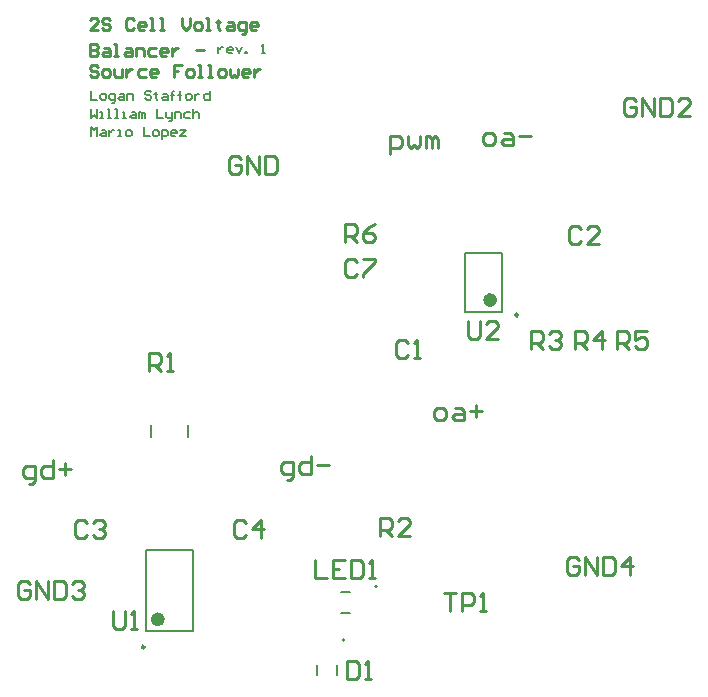
<source format=gbr>
%TF.GenerationSoftware,Altium Limited,Altium Designer,22.6.1 (34)*%
G04 Layer_Color=65535*
%FSLAX26Y26*%
%MOIN*%
%TF.SameCoordinates,875EB05E-A6AF-4184-B243-C0806E1F30E9*%
%TF.FilePolarity,Positive*%
%TF.FileFunction,Legend,Top*%
%TF.Part,Single*%
G01*
G75*
%TA.AperFunction,NonConductor*%
%ADD33C,0.007874*%
%ADD34C,0.010000*%
%ADD45C,0.023622*%
%ADD46C,0.009842*%
%ADD47C,0.006000*%
D33*
X1188055Y449394D02*
G03*
X1188055Y449394I-3937J0D01*
G01*
X1297299Y628150D02*
G03*
X1297299Y628150I-3937J0D01*
G01*
X1095536Y333252D02*
Y364748D01*
X1162464Y333252D02*
Y364748D01*
X1175252Y610434D02*
X1206748D01*
X1175252Y539566D02*
X1206748D01*
X666524Y1126566D02*
Y1165936D01*
X544476Y1126566D02*
Y1165936D01*
X683740Y479174D02*
Y750826D01*
X526260Y479174D02*
Y750826D01*
X683740D01*
X526260Y479174D02*
X683740D01*
X1711810Y1543574D02*
Y1740426D01*
X1588188D02*
X1711810D01*
X1588188Y1543574D02*
Y1740426D01*
Y1543574D02*
X1711810D01*
D34*
X366658Y2482298D02*
X340000D01*
X366658Y2508956D01*
Y2515621D01*
X359993Y2522285D01*
X346664D01*
X340000Y2515621D01*
X406645D02*
X399981Y2522285D01*
X386652D01*
X379987Y2515621D01*
Y2508956D01*
X386652Y2502291D01*
X399981D01*
X406645Y2495627D01*
Y2488963D01*
X399981Y2482298D01*
X386652D01*
X379987Y2488963D01*
X486619Y2515621D02*
X479955Y2522285D01*
X466626D01*
X459961Y2515621D01*
Y2488963D01*
X466626Y2482298D01*
X479955D01*
X486619Y2488963D01*
X519942Y2482298D02*
X506613D01*
X499948Y2488963D01*
Y2502291D01*
X506613Y2508956D01*
X519942D01*
X526606Y2502291D01*
Y2495627D01*
X499948D01*
X539936Y2482298D02*
X553264D01*
X546600D01*
Y2522285D01*
X539936D01*
X573258Y2482298D02*
X586587D01*
X579923D01*
Y2522285D01*
X573258D01*
X646568D02*
Y2495627D01*
X659897Y2482298D01*
X673226Y2495627D01*
Y2522285D01*
X693219Y2482298D02*
X706548D01*
X713213Y2488963D01*
Y2502291D01*
X706548Y2508956D01*
X693219D01*
X686555Y2502291D01*
Y2488963D01*
X693219Y2482298D01*
X726542D02*
X739871D01*
X733207D01*
Y2522285D01*
X726542D01*
X766529Y2515621D02*
Y2508956D01*
X759865D01*
X773194D01*
X766529D01*
Y2488963D01*
X773194Y2482298D01*
X799852Y2508956D02*
X813181D01*
X819845Y2502291D01*
Y2482298D01*
X799852D01*
X793187Y2488963D01*
X799852Y2495627D01*
X819845D01*
X846503Y2468969D02*
X853168D01*
X859832Y2475633D01*
Y2508956D01*
X839839D01*
X833174Y2502291D01*
Y2488963D01*
X839839Y2482298D01*
X859832D01*
X893155D02*
X879826D01*
X873161Y2488963D01*
Y2502291D01*
X879826Y2508956D01*
X893155D01*
X899819Y2502291D01*
Y2495627D01*
X873161D01*
X340000Y2436972D02*
Y2396985D01*
X359993D01*
X366658Y2403649D01*
Y2410314D01*
X359993Y2416978D01*
X340000D01*
X359993D01*
X366658Y2423642D01*
Y2430307D01*
X359993Y2436972D01*
X340000D01*
X386652Y2423642D02*
X399981D01*
X406645Y2416978D01*
Y2396985D01*
X386652D01*
X379987Y2403649D01*
X386652Y2410314D01*
X406645D01*
X419974Y2396985D02*
X433303D01*
X426639D01*
Y2436972D01*
X419974D01*
X459961Y2423642D02*
X473290D01*
X479955Y2416978D01*
Y2396985D01*
X459961D01*
X453297Y2403649D01*
X459961Y2410314D01*
X479955D01*
X493284Y2396985D02*
Y2423642D01*
X513277D01*
X519942Y2416978D01*
Y2396985D01*
X559929Y2423642D02*
X539936D01*
X533271Y2416978D01*
Y2403649D01*
X539936Y2396985D01*
X559929D01*
X593252D02*
X579923D01*
X573258Y2403649D01*
Y2416978D01*
X579923Y2423642D01*
X593252D01*
X599916Y2416978D01*
Y2410314D01*
X573258D01*
X613245Y2423642D02*
Y2396985D01*
Y2410314D01*
X619910Y2416978D01*
X626574Y2423642D01*
X633239D01*
X693219Y2416978D02*
X719877D01*
X366658Y2358323D02*
X359993Y2364987D01*
X346664D01*
X340000Y2358323D01*
Y2351658D01*
X346664Y2344994D01*
X359993D01*
X366658Y2338329D01*
Y2331664D01*
X359993Y2325000D01*
X346664D01*
X340000Y2331664D01*
X386652Y2325000D02*
X399981D01*
X406645Y2331664D01*
Y2344994D01*
X399981Y2351658D01*
X386652D01*
X379987Y2344994D01*
Y2331664D01*
X386652Y2325000D01*
X419974Y2351658D02*
Y2331664D01*
X426639Y2325000D01*
X446632D01*
Y2351658D01*
X459961D02*
Y2325000D01*
Y2338329D01*
X466626Y2344994D01*
X473290Y2351658D01*
X479955D01*
X526606D02*
X506613D01*
X499948Y2344994D01*
Y2331664D01*
X506613Y2325000D01*
X526606D01*
X559929D02*
X546600D01*
X539936Y2331664D01*
Y2344994D01*
X546600Y2351658D01*
X559929D01*
X566593Y2344994D01*
Y2338329D01*
X539936D01*
X646568Y2364987D02*
X619910D01*
Y2344994D01*
X633239D01*
X619910D01*
Y2325000D01*
X666561D02*
X679890D01*
X686555Y2331664D01*
Y2344994D01*
X679890Y2351658D01*
X666561D01*
X659897Y2344994D01*
Y2331664D01*
X666561Y2325000D01*
X699884D02*
X713213D01*
X706548D01*
Y2364987D01*
X699884D01*
X733207Y2325000D02*
X746535D01*
X739871D01*
Y2364987D01*
X733207D01*
X773194Y2325000D02*
X786523D01*
X793187Y2331664D01*
Y2344994D01*
X786523Y2351658D01*
X773194D01*
X766529Y2344994D01*
Y2331664D01*
X773194Y2325000D01*
X806516Y2351658D02*
Y2331664D01*
X813181Y2325000D01*
X819845Y2331664D01*
X826510Y2325000D01*
X833174Y2331664D01*
Y2351658D01*
X866497Y2325000D02*
X853168D01*
X846503Y2331664D01*
Y2344994D01*
X853168Y2351658D01*
X866497D01*
X873161Y2344994D01*
Y2338329D01*
X846503D01*
X886490Y2351658D02*
Y2325000D01*
Y2338329D01*
X893155Y2344994D01*
X899819Y2351658D01*
X906484D01*
X2095016Y1420010D02*
Y1479990D01*
X2125006D01*
X2135003Y1469994D01*
Y1450000D01*
X2125006Y1440003D01*
X2095016D01*
X2115010D02*
X2135003Y1420010D01*
X2194984Y1479990D02*
X2154997D01*
Y1450000D01*
X2174990Y1459997D01*
X2184987D01*
X2194984Y1450000D01*
Y1430006D01*
X2184987Y1420010D01*
X2164994D01*
X2154997Y1430006D01*
X1400000Y1439994D02*
X1390003Y1449990D01*
X1370010D01*
X1360013Y1439994D01*
Y1400006D01*
X1370010Y1390010D01*
X1390003D01*
X1400000Y1400006D01*
X1419994Y1390010D02*
X1439987D01*
X1429990D01*
Y1449990D01*
X1419994Y1439994D01*
X1975003Y1819994D02*
X1965006Y1829990D01*
X1945013D01*
X1935016Y1819994D01*
Y1780006D01*
X1945013Y1770010D01*
X1965006D01*
X1975003Y1780006D01*
X2034984Y1770010D02*
X1994997D01*
X2034984Y1809997D01*
Y1819994D01*
X2024987Y1829990D01*
X2004994D01*
X1994997Y1819994D01*
X330003Y839994D02*
X320007Y849990D01*
X300013D01*
X290016Y839994D01*
Y800006D01*
X300013Y790010D01*
X320007D01*
X330003Y800006D01*
X349997Y839994D02*
X359994Y849990D01*
X379987D01*
X389984Y839994D01*
Y829997D01*
X379987Y820000D01*
X369990D01*
X379987D01*
X389984Y810003D01*
Y800006D01*
X379987Y790010D01*
X359994D01*
X349997Y800006D01*
X860003Y839994D02*
X850006Y849990D01*
X830013D01*
X820016Y839994D01*
Y800006D01*
X830013Y790010D01*
X850006D01*
X860003Y800006D01*
X909987Y790010D02*
Y849990D01*
X879997Y820000D01*
X919984D01*
X1230003Y1709994D02*
X1220006Y1719990D01*
X1200013D01*
X1190016Y1709994D01*
Y1670006D01*
X1200013Y1660010D01*
X1220006D01*
X1230003Y1670006D01*
X1249997Y1719990D02*
X1289984D01*
Y1709994D01*
X1249997Y1670006D01*
Y1660010D01*
X1195013Y379990D02*
Y320010D01*
X1225003D01*
X1235000Y330007D01*
Y369993D01*
X1225003Y379990D01*
X1195013D01*
X1254994Y320010D02*
X1274987D01*
X1264990D01*
Y379990D01*
X1254994Y369993D01*
X136019Y970013D02*
X146016D01*
X156013Y980010D01*
Y1029994D01*
X126023D01*
X116026Y1019997D01*
Y1000003D01*
X126023Y990006D01*
X156013D01*
X215994Y1049987D02*
Y990006D01*
X186003D01*
X176006Y1000003D01*
Y1019997D01*
X186003Y1029994D01*
X215994D01*
X235987Y1019997D02*
X275974D01*
X255981Y1039990D02*
Y1000003D01*
X996019Y983013D02*
X1006016D01*
X1016013Y993010D01*
Y1042994D01*
X986023D01*
X976026Y1032997D01*
Y1013003D01*
X986023Y1003006D01*
X1016013D01*
X1075994Y1062987D02*
Y1003006D01*
X1046003D01*
X1036006Y1013003D01*
Y1032997D01*
X1046003Y1042994D01*
X1075994D01*
X1095987Y1032997D02*
X1135974D01*
X2159023Y2246994D02*
X2149026Y2256990D01*
X2129032D01*
X2119036Y2246994D01*
Y2207006D01*
X2129032Y2197010D01*
X2149026D01*
X2159023Y2207006D01*
Y2227000D01*
X2139029D01*
X2179016Y2197010D02*
Y2256990D01*
X2219003Y2197010D01*
Y2256990D01*
X2238997D02*
Y2197010D01*
X2268987D01*
X2278984Y2207006D01*
Y2246994D01*
X2268987Y2256990D01*
X2238997D01*
X2338965Y2197010D02*
X2298977D01*
X2338965Y2236997D01*
Y2246994D01*
X2328968Y2256990D01*
X2308974D01*
X2298977Y2246994D01*
X141023Y636994D02*
X131026Y646990D01*
X111032D01*
X101036Y636994D01*
Y597006D01*
X111032Y587010D01*
X131026D01*
X141023Y597006D01*
Y617000D01*
X121029D01*
X161016Y587010D02*
Y646990D01*
X201003Y587010D01*
Y646990D01*
X220997D02*
Y587010D01*
X250987D01*
X260984Y597006D01*
Y636994D01*
X250987Y646990D01*
X220997D01*
X280977Y636994D02*
X290974Y646990D01*
X310968D01*
X320964Y636994D01*
Y626997D01*
X310968Y617000D01*
X300971D01*
X310968D01*
X320964Y607003D01*
Y597006D01*
X310968Y587010D01*
X290974D01*
X280977Y597006D01*
X1969023Y717994D02*
X1959026Y727990D01*
X1939032D01*
X1929036Y717994D01*
Y678006D01*
X1939032Y668010D01*
X1959026D01*
X1969023Y678006D01*
Y698000D01*
X1949029D01*
X1989016Y668010D02*
Y727990D01*
X2029003Y668010D01*
Y727990D01*
X2048997D02*
Y668010D01*
X2078987D01*
X2088984Y678006D01*
Y717994D01*
X2078987Y727990D01*
X2048997D01*
X2138968Y668010D02*
Y727990D01*
X2108977Y698000D01*
X2148965D01*
X843013Y2052994D02*
X833016Y2062990D01*
X813023D01*
X803026Y2052994D01*
Y2013006D01*
X813023Y2003010D01*
X833016D01*
X843013Y2013006D01*
Y2033000D01*
X823019D01*
X863006Y2003010D02*
Y2062990D01*
X902994Y2003010D01*
Y2062990D01*
X922987D02*
Y2003010D01*
X952977D01*
X962974Y2013006D01*
Y2052994D01*
X952977Y2062990D01*
X922987D01*
X1090032Y714990D02*
Y655010D01*
X1130020D01*
X1190000Y714990D02*
X1150013D01*
Y655010D01*
X1190000D01*
X1150013Y685000D02*
X1170006D01*
X1209994Y714990D02*
Y655010D01*
X1239984D01*
X1249981Y665006D01*
Y704994D01*
X1239984Y714990D01*
X1209994D01*
X1269974Y655010D02*
X1289968D01*
X1279971D01*
Y714990D01*
X1269974Y704994D01*
X1497023Y1184008D02*
X1517016D01*
X1527013Y1194005D01*
Y1213998D01*
X1517016Y1223995D01*
X1497023D01*
X1487026Y1213998D01*
Y1194005D01*
X1497023Y1184008D01*
X1557003Y1223995D02*
X1576997D01*
X1586994Y1213998D01*
Y1184008D01*
X1557003D01*
X1547006Y1194005D01*
X1557003Y1204002D01*
X1586994D01*
X1606987Y1213998D02*
X1646974D01*
X1626981Y1233992D02*
Y1194005D01*
X1660023Y2100006D02*
X1680016D01*
X1690013Y2110003D01*
Y2129997D01*
X1680016Y2139994D01*
X1660023D01*
X1650026Y2129997D01*
Y2110003D01*
X1660023Y2100006D01*
X1720003Y2139994D02*
X1739997D01*
X1749994Y2129997D01*
Y2100006D01*
X1720003D01*
X1710006Y2110003D01*
X1720003Y2120000D01*
X1749994D01*
X1769987Y2129997D02*
X1809974D01*
X1340026Y2070010D02*
Y2129990D01*
X1370016D01*
X1380013Y2119994D01*
Y2100000D01*
X1370016Y2090003D01*
X1340026D01*
X1400006Y2129990D02*
Y2100000D01*
X1410003Y2090003D01*
X1420000Y2100000D01*
X1429997Y2090003D01*
X1439994Y2100000D01*
Y2129990D01*
X1459987Y2090003D02*
Y2129990D01*
X1469984D01*
X1479981Y2119994D01*
Y2090003D01*
Y2119994D01*
X1489977Y2129990D01*
X1499974Y2119994D01*
Y2090003D01*
X1810016Y1420010D02*
Y1479990D01*
X1840006D01*
X1850003Y1469994D01*
Y1450000D01*
X1840006Y1440003D01*
X1810016D01*
X1830010D02*
X1850003Y1420010D01*
X1869997Y1469994D02*
X1879994Y1479990D01*
X1899987D01*
X1909984Y1469994D01*
Y1459997D01*
X1899987Y1450000D01*
X1889990D01*
X1899987D01*
X1909984Y1440003D01*
Y1430006D01*
X1899987Y1420010D01*
X1879994D01*
X1869997Y1430006D01*
X535000Y1347000D02*
Y1406981D01*
X564990D01*
X574987Y1396984D01*
Y1376990D01*
X564990Y1366994D01*
X535000D01*
X554994D02*
X574987Y1347000D01*
X594981D02*
X614974D01*
X604977D01*
Y1406981D01*
X594981Y1396984D01*
X1306016Y795010D02*
Y854990D01*
X1336006D01*
X1346003Y844994D01*
Y825000D01*
X1336006Y815003D01*
X1306016D01*
X1326010D02*
X1346003Y795010D01*
X1405984D02*
X1365997D01*
X1405984Y834997D01*
Y844994D01*
X1395987Y854990D01*
X1375994D01*
X1365997Y844994D01*
X1955016Y1420010D02*
Y1479990D01*
X1985006D01*
X1995003Y1469994D01*
Y1450000D01*
X1985006Y1440003D01*
X1955016D01*
X1975010D02*
X1995003Y1420010D01*
X2044987D02*
Y1479990D01*
X2014997Y1450000D01*
X2054984D01*
X1190016Y1775010D02*
Y1834990D01*
X1220006D01*
X1230003Y1824994D01*
Y1805000D01*
X1220006Y1795003D01*
X1190016D01*
X1210010D02*
X1230003Y1775010D01*
X1289984Y1834990D02*
X1269990Y1824994D01*
X1249997Y1805000D01*
Y1785006D01*
X1259994Y1775010D01*
X1279987D01*
X1289984Y1785006D01*
Y1795003D01*
X1279987Y1805000D01*
X1249997D01*
X1520023Y604990D02*
X1560010D01*
X1540016D01*
Y545010D01*
X1580003D02*
Y604990D01*
X1609994D01*
X1619990Y594994D01*
Y575000D01*
X1609994Y565003D01*
X1580003D01*
X1639984Y545010D02*
X1659977D01*
X1649981D01*
Y604990D01*
X1639984Y594994D01*
X415013Y544990D02*
Y495007D01*
X425010Y485010D01*
X445003D01*
X455000Y495007D01*
Y544990D01*
X474994Y485010D02*
X494987D01*
X484990D01*
Y544990D01*
X474994Y534994D01*
X1600016Y1513990D02*
Y1464006D01*
X1610013Y1454010D01*
X1630006D01*
X1640003Y1464006D01*
Y1513990D01*
X1699984Y1454010D02*
X1659997D01*
X1699984Y1493997D01*
Y1503994D01*
X1689987Y1513990D01*
X1669994D01*
X1659997Y1503994D01*
D45*
X577441Y518543D02*
G03*
X577441Y518543I-11811J0D01*
G01*
X1685433Y1582945D02*
G03*
X1685433Y1582945I-11811J0D01*
G01*
D46*
X522520Y426024D02*
G03*
X522520Y426024I-4921J0D01*
G01*
X1767126Y1533535D02*
G03*
X1767126Y1533535I-4921J0D01*
G01*
D47*
X344000Y2279758D02*
Y2249767D01*
X363993D01*
X378989D02*
X388986D01*
X393984Y2254766D01*
Y2264762D01*
X388986Y2269761D01*
X378989D01*
X373990Y2264762D01*
Y2254766D01*
X378989Y2249767D01*
X413977Y2239770D02*
X418976D01*
X423974Y2244769D01*
Y2269761D01*
X408979D01*
X403981Y2264762D01*
Y2254766D01*
X408979Y2249767D01*
X423974D01*
X438969Y2269761D02*
X448966D01*
X453964Y2264762D01*
Y2249767D01*
X438969D01*
X433971Y2254766D01*
X438969Y2259764D01*
X453964D01*
X463961Y2249767D02*
Y2269761D01*
X478956D01*
X483955Y2264762D01*
Y2249767D01*
X543935Y2274759D02*
X538937Y2279758D01*
X528940D01*
X523942Y2274759D01*
Y2269761D01*
X528940Y2264762D01*
X538937D01*
X543935Y2259764D01*
Y2254766D01*
X538937Y2249767D01*
X528940D01*
X523942Y2254766D01*
X558931Y2274759D02*
Y2269761D01*
X553932D01*
X563929D01*
X558931D01*
Y2254766D01*
X563929Y2249767D01*
X583922Y2269761D02*
X593919D01*
X598918Y2264762D01*
Y2249767D01*
X583922D01*
X578924Y2254766D01*
X583922Y2259764D01*
X598918D01*
X613913Y2249767D02*
Y2274759D01*
Y2264762D01*
X608914D01*
X618911D01*
X613913D01*
Y2274759D01*
X618911Y2279758D01*
X638905Y2249767D02*
Y2274759D01*
Y2264762D01*
X633906D01*
X643903D01*
X638905D01*
Y2274759D01*
X643903Y2279758D01*
X663896Y2249767D02*
X673893D01*
X678892Y2254766D01*
Y2264762D01*
X673893Y2269761D01*
X663896D01*
X658898Y2264762D01*
Y2254766D01*
X663896Y2249767D01*
X688888Y2269761D02*
Y2249767D01*
Y2259764D01*
X693887Y2264762D01*
X698885Y2269761D01*
X703884D01*
X738872Y2279758D02*
Y2249767D01*
X723877D01*
X718879Y2254766D01*
Y2264762D01*
X723877Y2269761D01*
X738872D01*
X344000Y2219372D02*
Y2189382D01*
X353997Y2199379D01*
X363993Y2189382D01*
Y2219372D01*
X373990Y2189382D02*
X383987D01*
X378989D01*
Y2209376D01*
X373990D01*
X398982Y2189382D02*
X408979D01*
X403981D01*
Y2219372D01*
X398982D01*
X423974Y2189382D02*
X433971D01*
X428973D01*
Y2219372D01*
X423974D01*
X448966Y2189382D02*
X458963D01*
X453964D01*
Y2209376D01*
X448966D01*
X478956D02*
X488953D01*
X493951Y2204377D01*
Y2189382D01*
X478956D01*
X473958Y2194380D01*
X478956Y2199379D01*
X493951D01*
X503948Y2189382D02*
Y2209376D01*
X508947D01*
X513945Y2204377D01*
Y2189382D01*
Y2204377D01*
X518943Y2209376D01*
X523942Y2204377D01*
Y2189382D01*
X563929Y2219372D02*
Y2189382D01*
X583922D01*
X593919Y2209376D02*
Y2194380D01*
X598918Y2189382D01*
X613913D01*
Y2184384D01*
X608914Y2179385D01*
X603916D01*
X613913Y2189382D02*
Y2209376D01*
X623909Y2189382D02*
Y2209376D01*
X638905D01*
X643903Y2204377D01*
Y2189382D01*
X673893Y2209376D02*
X658898D01*
X653900Y2204377D01*
Y2194380D01*
X658898Y2189382D01*
X673893D01*
X683890Y2219372D02*
Y2189382D01*
Y2204377D01*
X688888Y2209376D01*
X698885D01*
X703884Y2204377D01*
Y2189382D01*
X344000Y2128997D02*
Y2158987D01*
X353997Y2148990D01*
X363993Y2158987D01*
Y2128997D01*
X378989Y2148990D02*
X388986D01*
X393984Y2143992D01*
Y2128997D01*
X378989D01*
X373990Y2133995D01*
X378989Y2138994D01*
X393984D01*
X403981Y2148990D02*
Y2128997D01*
Y2138994D01*
X408979Y2143992D01*
X413977Y2148990D01*
X418976D01*
X433971Y2128997D02*
X443968D01*
X438969D01*
Y2148990D01*
X433971D01*
X463961Y2128997D02*
X473958D01*
X478956Y2133995D01*
Y2143992D01*
X473958Y2148990D01*
X463961D01*
X458963Y2143992D01*
Y2133995D01*
X463961Y2128997D01*
X518943Y2158987D02*
Y2128997D01*
X538937D01*
X553932D02*
X563929D01*
X568927Y2133995D01*
Y2143992D01*
X563929Y2148990D01*
X553932D01*
X548934Y2143992D01*
Y2133995D01*
X553932Y2128997D01*
X578924Y2119000D02*
Y2148990D01*
X593919D01*
X598918Y2143992D01*
Y2133995D01*
X593919Y2128997D01*
X578924D01*
X623909D02*
X613913D01*
X608914Y2133995D01*
Y2143992D01*
X613913Y2148990D01*
X623909D01*
X628908Y2143992D01*
Y2138994D01*
X608914D01*
X638905Y2148990D02*
X658898D01*
X638905Y2128997D01*
X658898D01*
X768000Y2425994D02*
Y2406000D01*
Y2415997D01*
X772998Y2420995D01*
X777997Y2425994D01*
X782995D01*
X812986Y2406000D02*
X802989D01*
X797990Y2410998D01*
Y2420995D01*
X802989Y2425994D01*
X812986D01*
X817984Y2420995D01*
Y2415997D01*
X797990D01*
X827981Y2425994D02*
X837977Y2406000D01*
X847974Y2425994D01*
X857971Y2406000D02*
Y2410998D01*
X862969D01*
Y2406000D01*
X857971D01*
X912953D02*
X922950D01*
X917952D01*
Y2435990D01*
X912953Y2430992D01*
%TF.MD5,9e2d7d2610e770781c5bd732eba1a785*%
M02*

</source>
